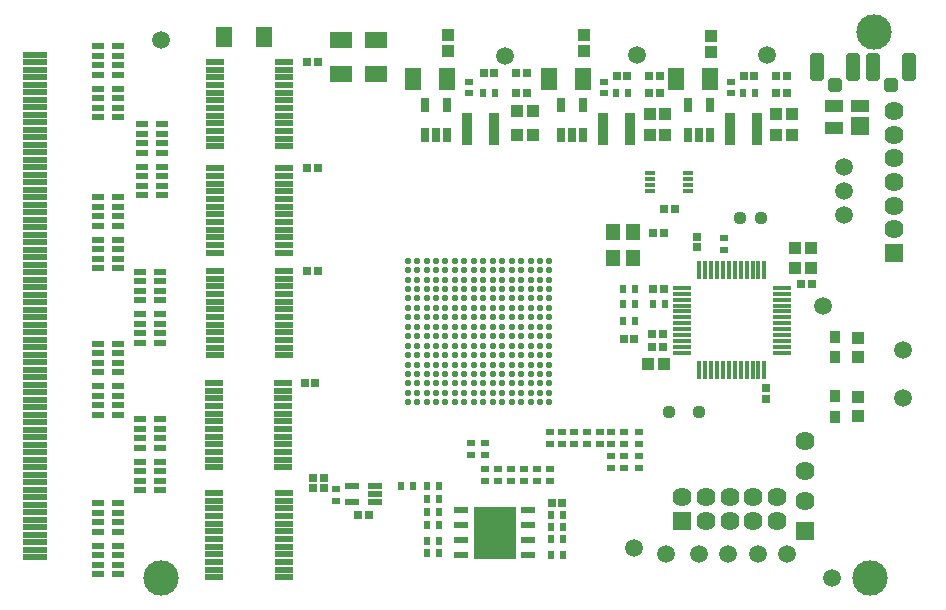
<source format=gts>
G04*
G04 #@! TF.GenerationSoftware,Altium Limited,Altium Designer,24.4.1 (13)*
G04*
G04 Layer_Color=8388736*
%FSLAX44Y44*%
%MOMM*%
G71*
G04*
G04 #@! TF.SameCoordinates,12DE7ABD-5068-41A5-B1A4-11BDF0A404C9*
G04*
G04*
G04 #@! TF.FilePolarity,Negative*
G04*
G01*
G75*
%ADD44C,3.0000*%
G04:AMPARAMS|DCode=45|XSize=2.32mm|YSize=1.17mm|CornerRadius=0.165mm|HoleSize=0mm|Usage=FLASHONLY|Rotation=90.000|XOffset=0mm|YOffset=0mm|HoleType=Round|Shape=RoundedRectangle|*
%AMROUNDEDRECTD45*
21,1,2.3200,0.8400,0,0,90.0*
21,1,1.9900,1.1700,0,0,90.0*
1,1,0.3300,0.4200,0.9950*
1,1,0.3300,0.4200,-0.9950*
1,1,0.3300,-0.4200,-0.9950*
1,1,0.3300,-0.4200,0.9950*
%
%ADD45ROUNDEDRECTD45*%
G04:AMPARAMS|DCode=46|XSize=1.17mm|YSize=1.17mm|CornerRadius=0.165mm|HoleSize=0mm|Usage=FLASHONLY|Rotation=0.000|XOffset=0mm|YOffset=0mm|HoleType=Round|Shape=RoundedRectangle|*
%AMROUNDEDRECTD46*
21,1,1.1700,0.8400,0,0,0.0*
21,1,0.8400,1.1700,0,0,0.0*
1,1,0.3300,0.4200,-0.4200*
1,1,0.3300,-0.4200,-0.4200*
1,1,0.3300,-0.4200,0.4200*
1,1,0.3300,0.4200,0.4200*
%
%ADD46ROUNDEDRECTD46*%
%ADD47R,1.0200X0.5700*%
%ADD48R,1.5200X1.1200*%
%ADD49R,1.5200X1.5200*%
%ADD50R,0.9200X0.4200*%
%ADD51R,0.7200X0.7600*%
%ADD52R,0.7200X0.6200*%
%ADD53R,0.6200X0.7200*%
%ADD54C,1.1200*%
%ADD55R,3.5700X4.4700*%
%ADD56R,1.1700X0.5700*%
%ADD57R,1.0200X1.1200*%
%ADD58R,1.5950X0.4200*%
%ADD59R,0.4200X1.5950*%
%ADD60R,1.5950X0.5700*%
%ADD61R,1.1700X0.5200*%
%ADD62R,0.7600X0.7200*%
%ADD63C,1.5200*%
%ADD64R,0.7200X1.2700*%
%ADD65R,0.9200X2.8200*%
%ADD66R,1.3700X1.7700*%
%ADD67R,1.1200X1.0200*%
%ADD68C,0.5400*%
%ADD69R,1.9200X1.4200*%
%ADD70R,1.4200X1.9200*%
%ADD71R,0.9200X1.0200*%
%ADD72R,1.0700X1.0200*%
%ADD73R,2.1200X0.5000*%
%ADD74R,1.2200X1.4200*%
%ADD75C,1.6200*%
%ADD76R,1.6200X1.6200*%
D44*
X920000Y240000D02*
D03*
X923000Y702000D02*
D03*
X320000Y240000D02*
D03*
D45*
X905400Y672500D02*
D03*
X875000D02*
D03*
X952900D02*
D03*
X922500D02*
D03*
D46*
X890000Y657500D02*
D03*
X937500D02*
D03*
D47*
X266500Y251000D02*
D03*
Y243000D02*
D03*
Y267000D02*
D03*
Y259000D02*
D03*
X283500D02*
D03*
Y267000D02*
D03*
Y243000D02*
D03*
Y251000D02*
D03*
X301500Y483000D02*
D03*
Y475000D02*
D03*
Y499000D02*
D03*
Y491000D02*
D03*
X318500D02*
D03*
Y499000D02*
D03*
Y475000D02*
D03*
Y483000D02*
D03*
X303500Y608000D02*
D03*
Y600000D02*
D03*
Y624000D02*
D03*
Y616000D02*
D03*
X320500D02*
D03*
Y624000D02*
D03*
Y600000D02*
D03*
Y608000D02*
D03*
X266500Y510000D02*
D03*
Y502000D02*
D03*
Y526000D02*
D03*
Y518000D02*
D03*
X283500D02*
D03*
Y526000D02*
D03*
Y502000D02*
D03*
Y510000D02*
D03*
X266500Y386000D02*
D03*
Y378000D02*
D03*
Y402000D02*
D03*
Y394000D02*
D03*
X283500D02*
D03*
Y402000D02*
D03*
Y378000D02*
D03*
Y386000D02*
D03*
X301500Y358000D02*
D03*
Y350000D02*
D03*
Y374000D02*
D03*
Y366000D02*
D03*
X318500D02*
D03*
Y374000D02*
D03*
Y350000D02*
D03*
Y358000D02*
D03*
X301500Y322000D02*
D03*
Y314000D02*
D03*
Y338000D02*
D03*
Y330000D02*
D03*
X318500D02*
D03*
Y338000D02*
D03*
Y314000D02*
D03*
Y322000D02*
D03*
X266500Y287000D02*
D03*
Y279000D02*
D03*
Y303000D02*
D03*
Y295000D02*
D03*
X283500D02*
D03*
Y303000D02*
D03*
Y279000D02*
D03*
Y287000D02*
D03*
X266500Y422000D02*
D03*
Y414000D02*
D03*
Y438000D02*
D03*
Y430000D02*
D03*
X283500D02*
D03*
Y438000D02*
D03*
Y414000D02*
D03*
Y422000D02*
D03*
X301500Y447000D02*
D03*
Y439000D02*
D03*
Y463000D02*
D03*
Y455000D02*
D03*
X318500D02*
D03*
Y463000D02*
D03*
Y439000D02*
D03*
Y447000D02*
D03*
X266500Y546000D02*
D03*
Y538000D02*
D03*
Y562000D02*
D03*
Y554000D02*
D03*
X283500D02*
D03*
Y562000D02*
D03*
Y538000D02*
D03*
Y546000D02*
D03*
X303500Y572000D02*
D03*
Y564000D02*
D03*
Y588000D02*
D03*
Y580000D02*
D03*
X320500D02*
D03*
Y588000D02*
D03*
Y564000D02*
D03*
Y572000D02*
D03*
X266500Y638000D02*
D03*
Y630000D02*
D03*
Y654000D02*
D03*
Y646000D02*
D03*
X283500D02*
D03*
Y654000D02*
D03*
Y630000D02*
D03*
Y638000D02*
D03*
X266500Y674000D02*
D03*
Y666000D02*
D03*
Y690000D02*
D03*
Y682000D02*
D03*
X283500D02*
D03*
Y690000D02*
D03*
Y666000D02*
D03*
Y674000D02*
D03*
D48*
X889250Y620500D02*
D03*
Y639500D02*
D03*
X911250D02*
D03*
D49*
Y622500D02*
D03*
D50*
X766000Y567500D02*
D03*
Y572500D02*
D03*
Y577500D02*
D03*
Y582500D02*
D03*
X734000D02*
D03*
Y577500D02*
D03*
Y572500D02*
D03*
Y567500D02*
D03*
D51*
X745600Y552500D02*
D03*
X754400D02*
D03*
X495400Y293000D02*
D03*
X486600D02*
D03*
X720400Y442000D02*
D03*
X711600D02*
D03*
X659400Y303000D02*
D03*
X650600D02*
D03*
X593100Y667500D02*
D03*
X601900D02*
D03*
X620600Y650000D02*
D03*
X629400D02*
D03*
Y667500D02*
D03*
X620600D02*
D03*
X735600Y446000D02*
D03*
X744400D02*
D03*
X452400Y500000D02*
D03*
X443600D02*
D03*
X450400Y405000D02*
D03*
X441600D02*
D03*
X714400Y665000D02*
D03*
X705600D02*
D03*
X745400Y532000D02*
D03*
X736600D02*
D03*
X741900Y665000D02*
D03*
X733100D02*
D03*
X741900Y650000D02*
D03*
X733100D02*
D03*
X744400Y435000D02*
D03*
X735600D02*
D03*
X840600Y665000D02*
D03*
X849400D02*
D03*
X840600Y650000D02*
D03*
X849400D02*
D03*
X821900Y665000D02*
D03*
X813100D02*
D03*
X861600Y489000D02*
D03*
X870400D02*
D03*
X745400Y484500D02*
D03*
X736600D02*
D03*
X443600Y587000D02*
D03*
X452400D02*
D03*
X443600Y677000D02*
D03*
X452400D02*
D03*
D52*
X649000Y363000D02*
D03*
Y353000D02*
D03*
X616000Y322000D02*
D03*
Y332000D02*
D03*
X680000Y353000D02*
D03*
Y363000D02*
D03*
X691000D02*
D03*
Y353000D02*
D03*
X724000Y343000D02*
D03*
Y333000D02*
D03*
Y363000D02*
D03*
Y353000D02*
D03*
X669000Y363000D02*
D03*
Y353000D02*
D03*
X649000Y332000D02*
D03*
Y322000D02*
D03*
X659000Y363000D02*
D03*
Y353000D02*
D03*
X468000Y305000D02*
D03*
Y315000D02*
D03*
X695000Y660000D02*
D03*
Y650000D02*
D03*
X802500Y660000D02*
D03*
Y650000D02*
D03*
X712000Y353000D02*
D03*
Y363000D02*
D03*
X627000Y322000D02*
D03*
Y332000D02*
D03*
X638000Y322000D02*
D03*
Y332000D02*
D03*
X594000D02*
D03*
Y322000D02*
D03*
X605000D02*
D03*
Y332000D02*
D03*
X594000Y344000D02*
D03*
Y354000D02*
D03*
X582000D02*
D03*
Y344000D02*
D03*
X712000Y333000D02*
D03*
Y343000D02*
D03*
X701000Y333000D02*
D03*
Y343000D02*
D03*
X701000Y353000D02*
D03*
Y363000D02*
D03*
X796000Y517500D02*
D03*
Y527500D02*
D03*
X580000Y650000D02*
D03*
Y660000D02*
D03*
D53*
X650000Y293000D02*
D03*
X660000D02*
D03*
X555000Y318000D02*
D03*
X545000D02*
D03*
Y307000D02*
D03*
X555000D02*
D03*
X523000Y318000D02*
D03*
X533000D02*
D03*
X555000Y261000D02*
D03*
X545000D02*
D03*
X660000Y259000D02*
D03*
X650000D02*
D03*
X545000Y296000D02*
D03*
X555000D02*
D03*
X711000Y472000D02*
D03*
X721000D02*
D03*
X711000Y484500D02*
D03*
X721000D02*
D03*
X711000Y457000D02*
D03*
X721000D02*
D03*
X660000Y283000D02*
D03*
X650000D02*
D03*
X555000Y271000D02*
D03*
X545000D02*
D03*
X555000Y285000D02*
D03*
X545000D02*
D03*
X736000Y472000D02*
D03*
X746000D02*
D03*
X650000Y273000D02*
D03*
X660000D02*
D03*
X812500Y650000D02*
D03*
X822500D02*
D03*
X705000D02*
D03*
X715000D02*
D03*
X592500D02*
D03*
X602500D02*
D03*
D54*
X750000Y380000D02*
D03*
X810000Y545000D02*
D03*
X827500D02*
D03*
X775000Y380000D02*
D03*
D55*
X602000Y278000D02*
D03*
D56*
X630500Y297050D02*
D03*
Y284350D02*
D03*
Y271650D02*
D03*
Y258950D02*
D03*
X573500D02*
D03*
Y271650D02*
D03*
Y284350D02*
D03*
Y297050D02*
D03*
D57*
X745750Y421000D02*
D03*
X732250D02*
D03*
X854250Y615000D02*
D03*
X840750D02*
D03*
X634250Y635000D02*
D03*
X620750D02*
D03*
X854250Y632500D02*
D03*
X840750D02*
D03*
X733250Y615000D02*
D03*
X746750D02*
D03*
X869750Y502000D02*
D03*
X856250D02*
D03*
X869750Y519000D02*
D03*
X856250D02*
D03*
X733250Y632500D02*
D03*
X746750D02*
D03*
X634250Y615000D02*
D03*
X620750D02*
D03*
D58*
X760620Y485500D02*
D03*
Y480500D02*
D03*
Y475500D02*
D03*
Y470500D02*
D03*
Y465500D02*
D03*
Y460500D02*
D03*
Y455500D02*
D03*
Y450500D02*
D03*
Y445500D02*
D03*
Y440500D02*
D03*
Y435500D02*
D03*
Y430500D02*
D03*
X845380D02*
D03*
Y435500D02*
D03*
Y440500D02*
D03*
Y445500D02*
D03*
Y450500D02*
D03*
Y455500D02*
D03*
Y460500D02*
D03*
Y465500D02*
D03*
Y470500D02*
D03*
Y475500D02*
D03*
Y480500D02*
D03*
Y485500D02*
D03*
D59*
X775500Y415620D02*
D03*
X780500D02*
D03*
X785500D02*
D03*
X790500D02*
D03*
X795500D02*
D03*
X800500D02*
D03*
X805500D02*
D03*
X810500D02*
D03*
X815500D02*
D03*
X820500D02*
D03*
X825500D02*
D03*
X830500D02*
D03*
Y500380D02*
D03*
X825500D02*
D03*
X820500D02*
D03*
X815500D02*
D03*
X810500D02*
D03*
X805500D02*
D03*
X800500D02*
D03*
X795500D02*
D03*
X790500D02*
D03*
X785500D02*
D03*
X780500D02*
D03*
X775500D02*
D03*
D60*
X423380Y311750D02*
D03*
Y305250D02*
D03*
Y298750D02*
D03*
Y292250D02*
D03*
Y285750D02*
D03*
Y279250D02*
D03*
Y272750D02*
D03*
Y266250D02*
D03*
Y259750D02*
D03*
Y253250D02*
D03*
Y246750D02*
D03*
Y240250D02*
D03*
X364620D02*
D03*
Y246750D02*
D03*
Y253250D02*
D03*
Y259750D02*
D03*
Y266250D02*
D03*
Y272750D02*
D03*
Y279250D02*
D03*
Y285750D02*
D03*
Y292250D02*
D03*
Y298750D02*
D03*
Y305250D02*
D03*
Y311750D02*
D03*
X423000Y405000D02*
D03*
Y398500D02*
D03*
Y392000D02*
D03*
Y385500D02*
D03*
Y379000D02*
D03*
Y372500D02*
D03*
Y366000D02*
D03*
Y359500D02*
D03*
Y353000D02*
D03*
Y346500D02*
D03*
Y340000D02*
D03*
Y333500D02*
D03*
X364240D02*
D03*
Y340000D02*
D03*
Y346500D02*
D03*
Y353000D02*
D03*
Y359500D02*
D03*
Y366000D02*
D03*
Y372500D02*
D03*
Y379000D02*
D03*
Y385500D02*
D03*
Y392000D02*
D03*
Y398500D02*
D03*
Y405000D02*
D03*
X423880Y676750D02*
D03*
Y670250D02*
D03*
Y663750D02*
D03*
Y657250D02*
D03*
Y650750D02*
D03*
Y644250D02*
D03*
Y637750D02*
D03*
Y631250D02*
D03*
Y624750D02*
D03*
Y618250D02*
D03*
Y611750D02*
D03*
Y605250D02*
D03*
X365120D02*
D03*
Y611750D02*
D03*
Y618250D02*
D03*
Y624750D02*
D03*
Y631250D02*
D03*
Y637750D02*
D03*
Y644250D02*
D03*
Y650750D02*
D03*
Y657250D02*
D03*
Y663750D02*
D03*
Y670250D02*
D03*
Y676750D02*
D03*
X423880Y499750D02*
D03*
Y493250D02*
D03*
Y486750D02*
D03*
Y480250D02*
D03*
Y473750D02*
D03*
Y467250D02*
D03*
Y460750D02*
D03*
Y454250D02*
D03*
Y447750D02*
D03*
Y441250D02*
D03*
Y434750D02*
D03*
Y428250D02*
D03*
X365120D02*
D03*
Y434750D02*
D03*
Y441250D02*
D03*
Y447750D02*
D03*
Y454250D02*
D03*
Y460750D02*
D03*
Y467250D02*
D03*
Y473750D02*
D03*
Y480250D02*
D03*
Y486750D02*
D03*
Y493250D02*
D03*
Y499750D02*
D03*
X365120Y586750D02*
D03*
Y580250D02*
D03*
Y573750D02*
D03*
Y567250D02*
D03*
Y560750D02*
D03*
Y554250D02*
D03*
Y547750D02*
D03*
Y541250D02*
D03*
Y534750D02*
D03*
Y528250D02*
D03*
Y521750D02*
D03*
Y515250D02*
D03*
X423880D02*
D03*
Y521750D02*
D03*
Y528250D02*
D03*
Y534750D02*
D03*
Y541250D02*
D03*
Y547750D02*
D03*
Y554250D02*
D03*
Y560750D02*
D03*
Y567250D02*
D03*
Y573750D02*
D03*
Y580250D02*
D03*
Y586750D02*
D03*
D61*
X501000Y304500D02*
D03*
Y311000D02*
D03*
Y317500D02*
D03*
X481000D02*
D03*
Y304500D02*
D03*
D62*
X458000Y315600D02*
D03*
Y324400D02*
D03*
X448000Y324400D02*
D03*
Y315600D02*
D03*
X773500Y520100D02*
D03*
Y528900D02*
D03*
X832000Y400400D02*
D03*
Y391600D02*
D03*
D63*
X832500Y682500D02*
D03*
X722500D02*
D03*
X611000Y682000D02*
D03*
X320000Y695000D02*
D03*
X947500Y392500D02*
D03*
Y432500D02*
D03*
X887500Y240000D02*
D03*
X720000Y265000D02*
D03*
X897500Y587500D02*
D03*
Y567500D02*
D03*
X880000Y470000D02*
D03*
X897500Y547500D02*
D03*
X850000Y260000D02*
D03*
X825000D02*
D03*
X800000D02*
D03*
X775000D02*
D03*
X747500D02*
D03*
D64*
X543000Y640500D02*
D03*
X562000D02*
D03*
Y614500D02*
D03*
X552500D02*
D03*
X543000D02*
D03*
X658000Y640500D02*
D03*
X677000D02*
D03*
Y614500D02*
D03*
X667500D02*
D03*
X658000D02*
D03*
X765500Y640500D02*
D03*
X784500D02*
D03*
Y614500D02*
D03*
X775000D02*
D03*
X765500D02*
D03*
D65*
X824000Y620000D02*
D03*
X801000D02*
D03*
X693500D02*
D03*
X716500D02*
D03*
X578500D02*
D03*
X601500D02*
D03*
D66*
X372750Y697500D02*
D03*
X407250D02*
D03*
D67*
X677500Y699250D02*
D03*
Y685750D02*
D03*
X785000Y685000D02*
D03*
Y698500D02*
D03*
X562500Y685750D02*
D03*
Y699250D02*
D03*
D68*
X528500Y508500D02*
D03*
X536500D02*
D03*
X544500D02*
D03*
X552500D02*
D03*
X560500D02*
D03*
X568500D02*
D03*
X576500D02*
D03*
X584500D02*
D03*
X592500D02*
D03*
X600500D02*
D03*
X608500D02*
D03*
X616500D02*
D03*
X624500D02*
D03*
X632500D02*
D03*
X640500D02*
D03*
X648500D02*
D03*
X528500Y500500D02*
D03*
X536500D02*
D03*
X544500D02*
D03*
X552500D02*
D03*
X560500D02*
D03*
X568500D02*
D03*
X576500D02*
D03*
X584500D02*
D03*
X592500D02*
D03*
X600500D02*
D03*
X608500D02*
D03*
X616500D02*
D03*
X624500D02*
D03*
X632500D02*
D03*
X640500D02*
D03*
X648500D02*
D03*
X528500Y492500D02*
D03*
X536500D02*
D03*
X544500D02*
D03*
X552500D02*
D03*
X560500D02*
D03*
X568500D02*
D03*
X576500D02*
D03*
X584500D02*
D03*
X592500D02*
D03*
X600500D02*
D03*
X608500D02*
D03*
X616500D02*
D03*
X624500D02*
D03*
X632500D02*
D03*
X640500D02*
D03*
X648500D02*
D03*
X528500Y484500D02*
D03*
X536500D02*
D03*
X544500D02*
D03*
X552500D02*
D03*
X560500D02*
D03*
X568500D02*
D03*
X576500D02*
D03*
X584500D02*
D03*
X592500D02*
D03*
X600500D02*
D03*
X608500D02*
D03*
X616500D02*
D03*
X624500D02*
D03*
X632500D02*
D03*
X640500D02*
D03*
X648500D02*
D03*
X528500Y476500D02*
D03*
X536500D02*
D03*
X544500D02*
D03*
X552500D02*
D03*
X560500D02*
D03*
X568500D02*
D03*
X576500D02*
D03*
X584500D02*
D03*
X592500D02*
D03*
X600500D02*
D03*
X608500D02*
D03*
X616500D02*
D03*
X624500D02*
D03*
X632500D02*
D03*
X640500D02*
D03*
X648500D02*
D03*
X528500Y468500D02*
D03*
X536500D02*
D03*
X544500D02*
D03*
X552500D02*
D03*
X560500D02*
D03*
X568500D02*
D03*
X576500D02*
D03*
X584500D02*
D03*
X592500D02*
D03*
X600500D02*
D03*
X608500D02*
D03*
X616500D02*
D03*
X624500D02*
D03*
X632500D02*
D03*
X640500D02*
D03*
X648500D02*
D03*
X528500Y460500D02*
D03*
X536500D02*
D03*
X544500D02*
D03*
X552500D02*
D03*
X560500D02*
D03*
X568500D02*
D03*
X576500D02*
D03*
X584500D02*
D03*
X592500D02*
D03*
X600500D02*
D03*
X608500D02*
D03*
X616500D02*
D03*
X624500D02*
D03*
X632500D02*
D03*
X640500D02*
D03*
X648500D02*
D03*
X528500Y452500D02*
D03*
X536500D02*
D03*
X544500D02*
D03*
X552500D02*
D03*
X560500D02*
D03*
X568500D02*
D03*
X576500D02*
D03*
X584500D02*
D03*
X592500D02*
D03*
X600500D02*
D03*
X608500D02*
D03*
X616500D02*
D03*
X624500D02*
D03*
X632500D02*
D03*
X640500D02*
D03*
X648500D02*
D03*
X528500Y444500D02*
D03*
X536500D02*
D03*
X544500D02*
D03*
X552500D02*
D03*
X560500D02*
D03*
X568500D02*
D03*
X576500D02*
D03*
X584500D02*
D03*
X592500D02*
D03*
X600500D02*
D03*
X608500D02*
D03*
X616500D02*
D03*
X624500D02*
D03*
X632500D02*
D03*
X640500D02*
D03*
X648500D02*
D03*
X528500Y436500D02*
D03*
X536500D02*
D03*
X544500D02*
D03*
X552500D02*
D03*
X560500D02*
D03*
X568500D02*
D03*
X576500D02*
D03*
X584500D02*
D03*
X592500D02*
D03*
X600500D02*
D03*
X608500D02*
D03*
X616500D02*
D03*
X624500D02*
D03*
X632500D02*
D03*
X640500D02*
D03*
X648500D02*
D03*
X528500Y428500D02*
D03*
X536500D02*
D03*
X544500D02*
D03*
X552500D02*
D03*
X560500D02*
D03*
X568500D02*
D03*
X576500D02*
D03*
X584500D02*
D03*
X592500D02*
D03*
X600500D02*
D03*
X608500D02*
D03*
X616500D02*
D03*
X624500D02*
D03*
X632500D02*
D03*
X640500D02*
D03*
X648500D02*
D03*
X528500Y420500D02*
D03*
X536500D02*
D03*
X544500D02*
D03*
X552500D02*
D03*
X560500D02*
D03*
X568500D02*
D03*
X576500D02*
D03*
X584500D02*
D03*
X592500D02*
D03*
X600500D02*
D03*
X608500D02*
D03*
X616500D02*
D03*
X624500D02*
D03*
X632500D02*
D03*
X640500D02*
D03*
X648500D02*
D03*
X528500Y412500D02*
D03*
X536500D02*
D03*
X544500D02*
D03*
X552500D02*
D03*
X560500D02*
D03*
X568500D02*
D03*
X576500D02*
D03*
X584500D02*
D03*
X592500D02*
D03*
X600500D02*
D03*
X608500D02*
D03*
X616500D02*
D03*
X624500D02*
D03*
X632500D02*
D03*
X640500D02*
D03*
X648500D02*
D03*
X528500Y404500D02*
D03*
X536500D02*
D03*
X544500D02*
D03*
X552500D02*
D03*
X560500D02*
D03*
X568500D02*
D03*
X576500D02*
D03*
X584500D02*
D03*
X592500D02*
D03*
X600500D02*
D03*
X608500D02*
D03*
X616500D02*
D03*
X624500D02*
D03*
X632500D02*
D03*
X640500D02*
D03*
X648500D02*
D03*
X528500Y396500D02*
D03*
X536500D02*
D03*
X544500D02*
D03*
X552500D02*
D03*
X560500D02*
D03*
X568500D02*
D03*
X576500D02*
D03*
X584500D02*
D03*
X592500D02*
D03*
X600500D02*
D03*
X608500D02*
D03*
X616500D02*
D03*
X624500D02*
D03*
X632500D02*
D03*
X640500D02*
D03*
X648500D02*
D03*
X528500Y388500D02*
D03*
X536500D02*
D03*
X544500D02*
D03*
X552500D02*
D03*
X560500D02*
D03*
X568500D02*
D03*
X576500D02*
D03*
X584500D02*
D03*
X592500D02*
D03*
X600500D02*
D03*
X608500D02*
D03*
X616500D02*
D03*
X624500D02*
D03*
X632500D02*
D03*
X640500D02*
D03*
X648500D02*
D03*
D69*
X502000Y695500D02*
D03*
Y666500D02*
D03*
X472000Y695500D02*
D03*
Y666500D02*
D03*
D70*
X755500Y662500D02*
D03*
X784500D02*
D03*
X648000D02*
D03*
X677000D02*
D03*
X533000D02*
D03*
X562000D02*
D03*
D71*
X890000Y376500D02*
D03*
Y393500D02*
D03*
Y426500D02*
D03*
Y443500D02*
D03*
D72*
X910000Y377000D02*
D03*
Y393000D02*
D03*
Y427000D02*
D03*
Y443000D02*
D03*
D73*
X213000Y644625D02*
D03*
Y638275D02*
D03*
Y631925D02*
D03*
Y625575D02*
D03*
Y682725D02*
D03*
Y670025D02*
D03*
Y657325D02*
D03*
Y619225D02*
D03*
Y606525D02*
D03*
Y593825D02*
D03*
Y581125D02*
D03*
Y568425D02*
D03*
Y555725D02*
D03*
Y543025D02*
D03*
Y530325D02*
D03*
Y517625D02*
D03*
Y504925D02*
D03*
Y492225D02*
D03*
Y479525D02*
D03*
Y466825D02*
D03*
Y454125D02*
D03*
Y441425D02*
D03*
Y428725D02*
D03*
Y416025D02*
D03*
Y403325D02*
D03*
Y390625D02*
D03*
Y377925D02*
D03*
Y365225D02*
D03*
Y352525D02*
D03*
Y339825D02*
D03*
Y327125D02*
D03*
Y314425D02*
D03*
Y301725D02*
D03*
Y289025D02*
D03*
Y276325D02*
D03*
Y263625D02*
D03*
Y676375D02*
D03*
Y663675D02*
D03*
Y650975D02*
D03*
Y612875D02*
D03*
Y600175D02*
D03*
Y587475D02*
D03*
Y574775D02*
D03*
Y562075D02*
D03*
Y549375D02*
D03*
Y536675D02*
D03*
Y523975D02*
D03*
Y511275D02*
D03*
Y498575D02*
D03*
Y485875D02*
D03*
Y473175D02*
D03*
Y460475D02*
D03*
Y447775D02*
D03*
Y435075D02*
D03*
Y422375D02*
D03*
Y409675D02*
D03*
Y396975D02*
D03*
Y384275D02*
D03*
Y371575D02*
D03*
Y358875D02*
D03*
Y346175D02*
D03*
Y333475D02*
D03*
Y320775D02*
D03*
Y308075D02*
D03*
Y295375D02*
D03*
Y282675D02*
D03*
Y269975D02*
D03*
Y257275D02*
D03*
D74*
X702500Y533000D02*
D03*
X719500D02*
D03*
X702500Y511000D02*
D03*
X719500D02*
D03*
D75*
X865000Y355400D02*
D03*
Y304600D02*
D03*
Y330000D02*
D03*
X940000Y575000D02*
D03*
Y595000D02*
D03*
Y615000D02*
D03*
Y535000D02*
D03*
Y555000D02*
D03*
Y635000D02*
D03*
X761000Y308000D02*
D03*
X781000Y288000D02*
D03*
Y308000D02*
D03*
X801000Y288000D02*
D03*
Y308000D02*
D03*
X821000Y288000D02*
D03*
Y308000D02*
D03*
X841000Y288000D02*
D03*
Y308000D02*
D03*
D76*
X865000Y279200D02*
D03*
X940000Y515000D02*
D03*
X761000Y288000D02*
D03*
M02*

</source>
